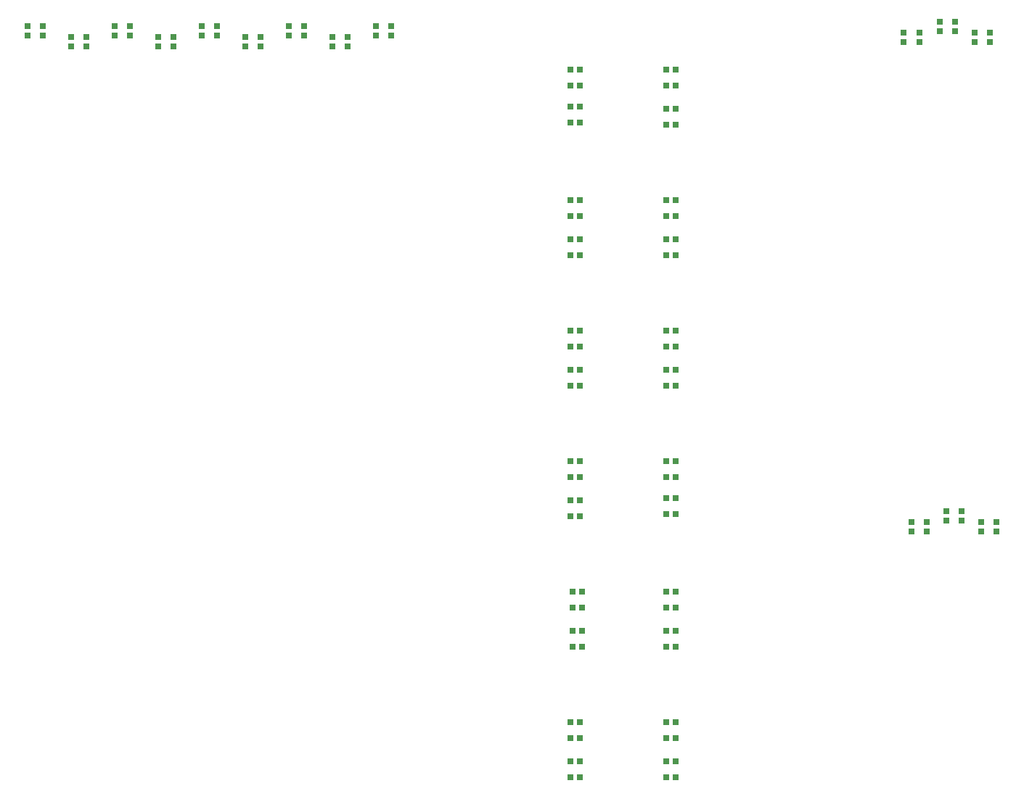
<source format=gbr>
%TF.GenerationSoftware,KiCad,Pcbnew,(5.1.9)-1*%
%TF.CreationDate,2021-09-20T07:58:25-06:00*%
%TF.ProjectId,ifei,69666569-2e6b-4696-9361-645f70636258,rev?*%
%TF.SameCoordinates,Original*%
%TF.FileFunction,Paste,Top*%
%TF.FilePolarity,Positive*%
%FSLAX46Y46*%
G04 Gerber Fmt 4.6, Leading zero omitted, Abs format (unit mm)*
G04 Created by KiCad (PCBNEW (5.1.9)-1) date 2021-09-20 07:58:25*
%MOMM*%
%LPD*%
G01*
G04 APERTURE LIST*
%ADD10R,0.700000X0.700000*%
G04 APERTURE END LIST*
D10*
%TO.C,D39*%
X92990000Y-44535000D03*
X92990000Y-45635000D03*
X91160000Y-45635000D03*
X91160000Y-44535000D03*
%TD*%
%TO.C,D38*%
X98070000Y-45805000D03*
X98070000Y-46905000D03*
X96240000Y-46905000D03*
X96240000Y-45805000D03*
%TD*%
%TO.C,D37*%
X103150000Y-44535000D03*
X103150000Y-45635000D03*
X101320000Y-45635000D03*
X101320000Y-44535000D03*
%TD*%
%TO.C,D36*%
X108230000Y-45805000D03*
X108230000Y-46905000D03*
X106400000Y-46905000D03*
X106400000Y-45805000D03*
%TD*%
%TO.C,D35*%
X113310000Y-44535000D03*
X113310000Y-45635000D03*
X111480000Y-45635000D03*
X111480000Y-44535000D03*
%TD*%
%TO.C,D34*%
X118390000Y-45805000D03*
X118390000Y-46905000D03*
X116560000Y-46905000D03*
X116560000Y-45805000D03*
%TD*%
%TO.C,D33*%
X123470000Y-44535000D03*
X123470000Y-45635000D03*
X121640000Y-45635000D03*
X121640000Y-44535000D03*
%TD*%
%TO.C,D32*%
X128550000Y-45805000D03*
X128550000Y-46905000D03*
X126720000Y-46905000D03*
X126720000Y-45805000D03*
%TD*%
%TO.C,D31*%
X133630000Y-44535000D03*
X133630000Y-45635000D03*
X131800000Y-45635000D03*
X131800000Y-44535000D03*
%TD*%
%TO.C,D30*%
X155617000Y-51461000D03*
X154517000Y-51461000D03*
X154517000Y-49631000D03*
X155617000Y-49631000D03*
%TD*%
%TO.C,D29*%
X155617000Y-55779000D03*
X154517000Y-55779000D03*
X154517000Y-53949000D03*
X155617000Y-53949000D03*
%TD*%
%TO.C,D28*%
X155617000Y-66701000D03*
X154517000Y-66701000D03*
X154517000Y-64871000D03*
X155617000Y-64871000D03*
%TD*%
%TO.C,D27*%
X155617000Y-71273000D03*
X154517000Y-71273000D03*
X154517000Y-69443000D03*
X155617000Y-69443000D03*
%TD*%
%TO.C,D26*%
X155617000Y-81941000D03*
X154517000Y-81941000D03*
X154517000Y-80111000D03*
X155617000Y-80111000D03*
%TD*%
%TO.C,D25*%
X155617000Y-86513000D03*
X154517000Y-86513000D03*
X154517000Y-84683000D03*
X155617000Y-84683000D03*
%TD*%
%TO.C,D24*%
X155617000Y-97181000D03*
X154517000Y-97181000D03*
X154517000Y-95351000D03*
X155617000Y-95351000D03*
%TD*%
%TO.C,D23*%
X155617000Y-101753000D03*
X154517000Y-101753000D03*
X154517000Y-99923000D03*
X155617000Y-99923000D03*
%TD*%
%TO.C,D22*%
X155871000Y-112421000D03*
X154771000Y-112421000D03*
X154771000Y-110591000D03*
X155871000Y-110591000D03*
%TD*%
%TO.C,D21*%
X155871000Y-116993000D03*
X154771000Y-116993000D03*
X154771000Y-115163000D03*
X155871000Y-115163000D03*
%TD*%
%TO.C,D20*%
X155617000Y-127661000D03*
X154517000Y-127661000D03*
X154517000Y-125831000D03*
X155617000Y-125831000D03*
%TD*%
%TO.C,D19*%
X155617000Y-132233000D03*
X154517000Y-132233000D03*
X154517000Y-130403000D03*
X155617000Y-130403000D03*
%TD*%
%TO.C,D18*%
X165693000Y-130403000D03*
X166793000Y-130403000D03*
X166793000Y-132233000D03*
X165693000Y-132233000D03*
%TD*%
%TO.C,D17*%
X165693000Y-125831000D03*
X166793000Y-125831000D03*
X166793000Y-127661000D03*
X165693000Y-127661000D03*
%TD*%
%TO.C,D16*%
X165693000Y-115163000D03*
X166793000Y-115163000D03*
X166793000Y-116993000D03*
X165693000Y-116993000D03*
%TD*%
%TO.C,D15*%
X165693000Y-110591000D03*
X166793000Y-110591000D03*
X166793000Y-112421000D03*
X165693000Y-112421000D03*
%TD*%
%TO.C,D14*%
X202412000Y-103547000D03*
X202412000Y-102447000D03*
X204242000Y-102447000D03*
X204242000Y-103547000D03*
%TD*%
%TO.C,D13*%
X198348000Y-102277000D03*
X198348000Y-101177000D03*
X200178000Y-101177000D03*
X200178000Y-102277000D03*
%TD*%
%TO.C,D12*%
X194284000Y-103547000D03*
X194284000Y-102447000D03*
X196114000Y-102447000D03*
X196114000Y-103547000D03*
%TD*%
%TO.C,D11*%
X165693000Y-99669000D03*
X166793000Y-99669000D03*
X166793000Y-101499000D03*
X165693000Y-101499000D03*
%TD*%
%TO.C,D10*%
X165693000Y-95351000D03*
X166793000Y-95351000D03*
X166793000Y-97181000D03*
X165693000Y-97181000D03*
%TD*%
%TO.C,D9*%
X165693000Y-84683000D03*
X166793000Y-84683000D03*
X166793000Y-86513000D03*
X165693000Y-86513000D03*
%TD*%
%TO.C,D8*%
X165693000Y-80111000D03*
X166793000Y-80111000D03*
X166793000Y-81941000D03*
X165693000Y-81941000D03*
%TD*%
%TO.C,D7*%
X165693000Y-69443000D03*
X166793000Y-69443000D03*
X166793000Y-71273000D03*
X165693000Y-71273000D03*
%TD*%
%TO.C,D6*%
X165693000Y-64871000D03*
X166793000Y-64871000D03*
X166793000Y-66701000D03*
X165693000Y-66701000D03*
%TD*%
%TO.C,D5*%
X165693000Y-54203000D03*
X166793000Y-54203000D03*
X166793000Y-56033000D03*
X165693000Y-56033000D03*
%TD*%
%TO.C,D4*%
X165693000Y-49631000D03*
X166793000Y-49631000D03*
X166793000Y-51461000D03*
X165693000Y-51461000D03*
%TD*%
%TO.C,D3*%
X195225000Y-45297000D03*
X195225000Y-46397000D03*
X193395000Y-46397000D03*
X193395000Y-45297000D03*
%TD*%
%TO.C,D2*%
X199416000Y-44027000D03*
X199416000Y-45127000D03*
X197586000Y-45127000D03*
X197586000Y-44027000D03*
%TD*%
%TO.C,D1*%
X203480000Y-45297000D03*
X203480000Y-46397000D03*
X201650000Y-46397000D03*
X201650000Y-45297000D03*
%TD*%
M02*

</source>
